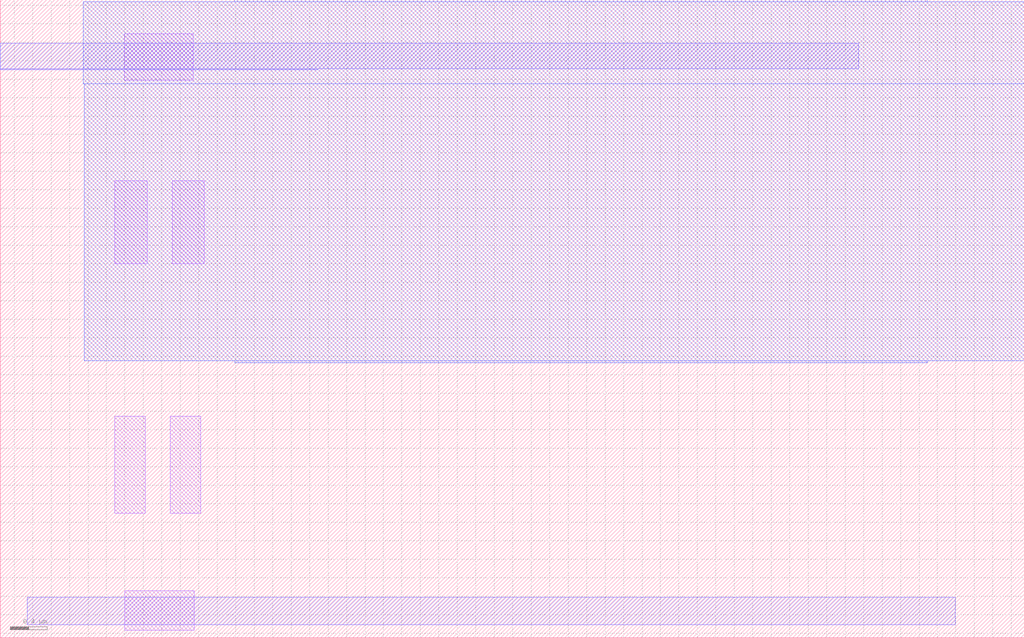
<source format=lef>
VERSION 5.7 ;
  NOWIREEXTENSIONATPIN ON ;
  DIVIDERCHAR "/" ;
  BUSBITCHARS "[]" ;
MACRO nand3
  CLASS BLOCK ;
  FOREIGN nand3 ;
  ORIGIN 5.550 1.050 ;
  SIZE 11.090 BY 6.910 ;
  OBS
      LAYER nwell ;
        RECT -3.010 5.840 4.490 5.860 ;
        RECT -4.650 4.950 5.540 5.840 ;
        RECT -4.640 1.950 5.540 4.950 ;
        RECT -3.010 1.930 4.490 1.950 ;
      LAYER li1 ;
        RECT -4.210 4.990 -3.460 5.490 ;
        RECT -4.310 3.000 -3.960 3.900 ;
        RECT -3.690 3.000 -3.340 3.900 ;
        RECT -4.310 0.300 -3.980 1.350 ;
        RECT -3.710 0.300 -3.380 1.350 ;
        RECT -4.200 -0.970 -3.450 -0.540 ;
      LAYER met1 ;
        RECT -5.550 5.110 3.750 5.390 ;
        RECT -5.550 5.100 -2.110 5.110 ;
        RECT -5.260 -0.910 4.790 -0.610 ;
  END
END nand3
END LIBRARY


</source>
